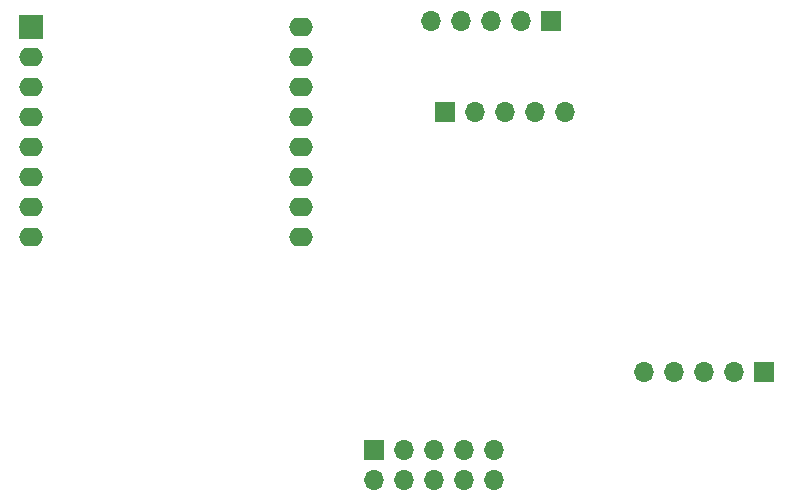
<source format=gbr>
%TF.GenerationSoftware,KiCad,Pcbnew,(6.0.0)*%
%TF.CreationDate,2022-04-16T20:40:41+02:00*%
%TF.ProjectId,bewegungsmelder,62657765-6775-46e6-9773-6d656c646572,rev?*%
%TF.SameCoordinates,Original*%
%TF.FileFunction,Soldermask,Bot*%
%TF.FilePolarity,Negative*%
%FSLAX46Y46*%
G04 Gerber Fmt 4.6, Leading zero omitted, Abs format (unit mm)*
G04 Created by KiCad (PCBNEW (6.0.0)) date 2022-04-16 20:40:41*
%MOMM*%
%LPD*%
G01*
G04 APERTURE LIST*
%ADD10O,1.700000X1.700000*%
%ADD11R,1.700000X1.700000*%
%ADD12R,2.000000X2.000000*%
%ADD13O,2.000000X1.600000*%
G04 APERTURE END LIST*
D10*
%TO.C,J1*%
X101854000Y-126238000D03*
X104394000Y-126238000D03*
X106934000Y-126238000D03*
X109474000Y-126238000D03*
X112014000Y-126238000D03*
X112014000Y-123698000D03*
X109474000Y-123698000D03*
X106934000Y-123698000D03*
X104394000Y-123698000D03*
D11*
X101854000Y-123698000D03*
%TD*%
%TO.C,J3*%
X116840000Y-87408000D03*
D10*
X114300000Y-87408000D03*
X111760000Y-87408000D03*
X109220000Y-87408000D03*
X106680000Y-87408000D03*
%TD*%
D11*
%TO.C,J2*%
X134874000Y-117094000D03*
D10*
X132334000Y-117094000D03*
X129794000Y-117094000D03*
X127254000Y-117094000D03*
X124714000Y-117094000D03*
%TD*%
D12*
%TO.C,U1*%
X72748000Y-87884000D03*
D13*
X72748000Y-90424000D03*
X72748000Y-92964000D03*
X72748000Y-95504000D03*
X72748000Y-98044000D03*
X72748000Y-100584000D03*
X72748000Y-103124000D03*
X72748000Y-105664000D03*
X95608000Y-105664000D03*
X95608000Y-103124000D03*
X95608000Y-100584000D03*
X95608000Y-98044000D03*
X95608000Y-95504000D03*
X95608000Y-92964000D03*
X95608000Y-90424000D03*
X95608000Y-87884000D03*
%TD*%
D11*
%TO.C,J4*%
X107828000Y-95123000D03*
D10*
X110368000Y-95123000D03*
X112908000Y-95123000D03*
X115448000Y-95123000D03*
X117988000Y-95123000D03*
%TD*%
M02*

</source>
